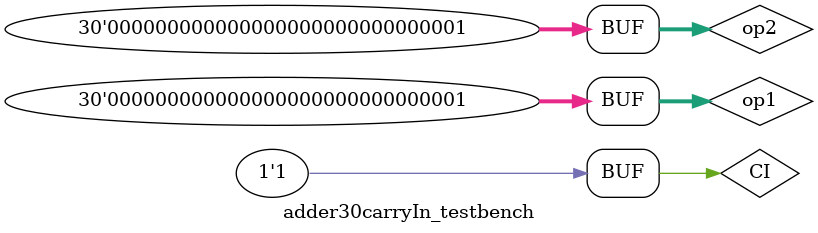
<source format=sv>
module adder30carryIn(Output, op1, op2, CI);
	input [29:0] op1, op2;
	input CI;
	output [29:0] Output;
	
	wire [29:0] carryOuts;
	
	fullAdder adder (.A(op1[0]), .B(op2[0]), .Cin(CI), .Cout(carryOuts[0]), .Out(Output[0]));
	
	genvar i;
	generate
		for(i=1; i<30; i++) begin : eachAdder
			fullAdder adderNum (.A(op1[i]), .B(op2[i]), .Cin(carryOuts[i-1]), .Cout(carryOuts[i]), .Out(Output[i]));
		end
	endgenerate
endmodule 

module adder30carryIn_testbench();
	reg [29:0] op1, op2;
	reg CI;
	wire [29:0] Output;
	parameter t = 10;
	
	adder30carryIn adder (.Output, .op1, .op2, .CI);
	
	initial begin
		// 0 + 1 = 1
		CI = 1;
		op1 = 30'h00000000;
		op2 = 30'h00000001;
		#t;
		assert (Output == 2);
		
		// 1 + 1 = 2
		op1 = 30'h00000001;
		#t;
	end
endmodule 
</source>
